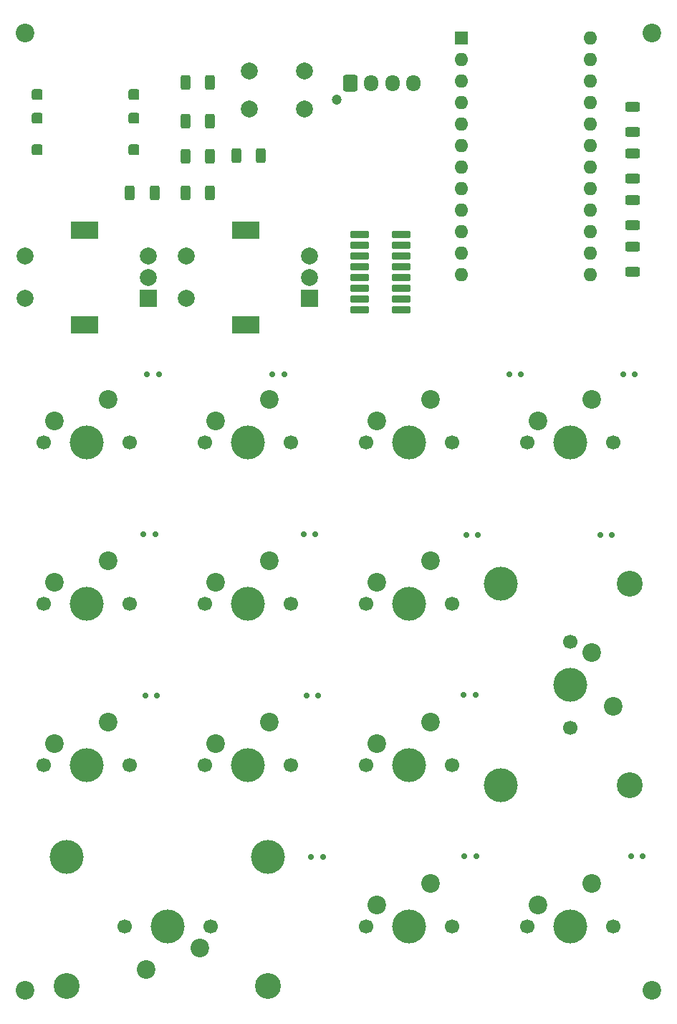
<source format=gbr>
%TF.GenerationSoftware,KiCad,Pcbnew,9.0.4*%
%TF.CreationDate,2025-08-26T19:34:46+02:00*%
%TF.ProjectId,shaghayeghs-keyboard,73686167-6861-4796-9567-68732d6b6579,rev?*%
%TF.SameCoordinates,Original*%
%TF.FileFunction,Soldermask,Top*%
%TF.FilePolarity,Negative*%
%FSLAX46Y46*%
G04 Gerber Fmt 4.6, Leading zero omitted, Abs format (unit mm)*
G04 Created by KiCad (PCBNEW 9.0.4) date 2025-08-26 19:34:46*
%MOMM*%
%LPD*%
G01*
G04 APERTURE LIST*
G04 Aperture macros list*
%AMRoundRect*
0 Rectangle with rounded corners*
0 $1 Rounding radius*
0 $2 $3 $4 $5 $6 $7 $8 $9 X,Y pos of 4 corners*
0 Add a 4 corners polygon primitive as box body*
4,1,4,$2,$3,$4,$5,$6,$7,$8,$9,$2,$3,0*
0 Add four circle primitives for the rounded corners*
1,1,$1+$1,$2,$3*
1,1,$1+$1,$4,$5*
1,1,$1+$1,$6,$7*
1,1,$1+$1,$8,$9*
0 Add four rect primitives between the rounded corners*
20,1,$1+$1,$2,$3,$4,$5,0*
20,1,$1+$1,$4,$5,$6,$7,0*
20,1,$1+$1,$6,$7,$8,$9,0*
20,1,$1+$1,$8,$9,$2,$3,0*%
G04 Aperture macros list end*
%ADD10RoundRect,0.100500X-0.986500X-0.301500X0.986500X-0.301500X0.986500X0.301500X-0.986500X0.301500X0*%
%ADD11RoundRect,0.190500X-0.444500X-0.444500X0.444500X-0.444500X0.444500X0.444500X-0.444500X0.444500X0*%
%ADD12C,2.200000*%
%ADD13RoundRect,0.150000X-0.150000X-0.200000X0.150000X-0.200000X0.150000X0.200000X-0.150000X0.200000X0*%
%ADD14RoundRect,0.250000X-0.625000X0.312500X-0.625000X-0.312500X0.625000X-0.312500X0.625000X0.312500X0*%
%ADD15RoundRect,0.150000X0.150000X0.200000X-0.150000X0.200000X-0.150000X-0.200000X0.150000X-0.200000X0*%
%ADD16RoundRect,0.250000X0.312500X0.625000X-0.312500X0.625000X-0.312500X-0.625000X0.312500X-0.625000X0*%
%ADD17C,1.700000*%
%ADD18C,4.000000*%
%ADD19C,2.000000*%
%ADD20R,1.600000X1.600000*%
%ADD21O,1.600000X1.600000*%
%ADD22R,2.000000X2.000000*%
%ADD23R,3.200000X2.000000*%
%ADD24C,1.200000*%
%ADD25RoundRect,0.250000X-0.600000X-0.725000X0.600000X-0.725000X0.600000X0.725000X-0.600000X0.725000X0*%
%ADD26O,1.700000X1.950000*%
%ADD27RoundRect,0.250000X-0.312500X-0.625000X0.312500X-0.625000X0.312500X0.625000X-0.312500X0.625000X0*%
%ADD28C,3.050000*%
G04 APERTURE END LIST*
D10*
%TO.C,U3*%
X128433800Y-64795400D03*
X128433800Y-66065400D03*
X128433800Y-67335400D03*
X128433800Y-68605400D03*
X128433800Y-69875400D03*
X128433800Y-71145400D03*
X128433800Y-72415400D03*
X128433800Y-73685400D03*
X123483800Y-73685400D03*
X123483800Y-72415400D03*
X123483800Y-71145400D03*
X123483800Y-69875400D03*
X123483800Y-68605400D03*
X123483800Y-67335400D03*
X123483800Y-66065400D03*
X123483800Y-64795400D03*
%TD*%
D11*
%TO.C,S1*%
X85437200Y-48275400D03*
X85437200Y-51075400D03*
X85437200Y-54775400D03*
X96837200Y-48275400D03*
X96837200Y-51075400D03*
X96837200Y-54775400D03*
%TD*%
D12*
%TO.C,M2*%
X158000000Y-154000000D03*
%TD*%
%TO.C,M2*%
X84000000Y-154000000D03*
%TD*%
D13*
%TO.C,D1*%
X99785400Y-81280000D03*
X98385400Y-81280000D03*
%TD*%
D14*
%TO.C,R4*%
X155778200Y-66203100D03*
X155778200Y-69128100D03*
%TD*%
D15*
%TO.C,D10*%
X117206800Y-119176800D03*
X118606800Y-119176800D03*
%TD*%
D16*
%TO.C,R10*%
X105805700Y-46837600D03*
X102880700Y-46837600D03*
%TD*%
D15*
%TO.C,D13*%
X135875800Y-138201400D03*
X137275800Y-138201400D03*
%TD*%
D17*
%TO.C,SW13*%
X124267200Y-146469200D03*
D18*
X129347200Y-146469200D03*
D17*
X134427200Y-146469200D03*
D12*
X131887200Y-141389200D03*
X125537200Y-143929200D03*
%TD*%
D19*
%TO.C,SW_RST1*%
X110467000Y-45487200D03*
X116967000Y-45487200D03*
X110467000Y-49987200D03*
X116967000Y-49987200D03*
%TD*%
D14*
%TO.C,R1*%
X155778200Y-49718500D03*
X155778200Y-52643500D03*
%TD*%
D13*
%TO.C,D12*%
X119140200Y-138277600D03*
X117740200Y-138277600D03*
%TD*%
D20*
%TO.C,U1*%
X135509000Y-41529000D03*
D21*
X135509000Y-44069000D03*
X135509000Y-46609000D03*
X135509000Y-49149000D03*
X135509000Y-51689000D03*
X135509000Y-54229000D03*
X135509000Y-56769000D03*
X135509000Y-59309000D03*
X135509000Y-61849000D03*
X135509000Y-64389000D03*
X135509000Y-66929000D03*
X135509000Y-69469000D03*
X150749000Y-69469000D03*
X150749000Y-66929000D03*
X150749000Y-64389000D03*
X150749000Y-61849000D03*
X150749000Y-59309000D03*
X150749000Y-56769000D03*
X150749000Y-54229000D03*
X150749000Y-51689000D03*
X150749000Y-49149000D03*
X150749000Y-46609000D03*
X150749000Y-44069000D03*
X150749000Y-41529000D03*
%TD*%
D13*
%TO.C,D9*%
X99571000Y-119176800D03*
X98171000Y-119176800D03*
%TD*%
D17*
%TO.C,SW11*%
X124267200Y-127419200D03*
D18*
X129347200Y-127419200D03*
D17*
X134427200Y-127419200D03*
D12*
X131887200Y-122339200D03*
X125537200Y-124879200D03*
%TD*%
D17*
%TO.C,SW4*%
X143317200Y-89319200D03*
D18*
X148397200Y-89319200D03*
D17*
X153477200Y-89319200D03*
D12*
X150937200Y-84239200D03*
X144587200Y-86779200D03*
%TD*%
D16*
%TO.C,R6*%
X105805700Y-59867800D03*
X102880700Y-59867800D03*
%TD*%
D15*
%TO.C,D4*%
X154621000Y-81280000D03*
X156021000Y-81280000D03*
%TD*%
%TO.C,D8*%
X151928600Y-100279200D03*
X153328600Y-100279200D03*
%TD*%
D16*
%TO.C,R8*%
X105805700Y-55524400D03*
X102880700Y-55524400D03*
%TD*%
D14*
%TO.C,R3*%
X155778200Y-60708233D03*
X155778200Y-63633233D03*
%TD*%
D22*
%TO.C,SW15*%
X117547200Y-72339200D03*
D19*
X117547200Y-67339200D03*
X117547200Y-69839200D03*
D23*
X110047200Y-75439200D03*
X110047200Y-64239200D03*
D19*
X103047200Y-67339200D03*
X103047200Y-72339200D03*
%TD*%
D15*
%TO.C,D6*%
X116851200Y-100152200D03*
X118251200Y-100152200D03*
%TD*%
D24*
%TO.C,J1*%
X120770200Y-48863000D03*
D25*
X122370200Y-46863000D03*
D26*
X124870200Y-46863000D03*
X127370200Y-46863000D03*
X129870200Y-46863000D03*
%TD*%
D17*
%TO.C,SW6*%
X105217200Y-108369200D03*
D18*
X110297200Y-108369200D03*
D17*
X115377200Y-108369200D03*
D12*
X112837200Y-103289200D03*
X106487200Y-105829200D03*
%TD*%
D17*
%TO.C,SW9*%
X86157200Y-127419200D03*
D18*
X91237200Y-127419200D03*
D17*
X96317200Y-127419200D03*
D12*
X93777200Y-122339200D03*
X87427200Y-124879200D03*
%TD*%
D17*
%TO.C,SW2*%
X105217200Y-89319200D03*
D18*
X110297200Y-89319200D03*
D17*
X115377200Y-89319200D03*
D12*
X112837200Y-84239200D03*
X106487200Y-86779200D03*
%TD*%
D15*
%TO.C,D11*%
X135799600Y-119151400D03*
X137199600Y-119151400D03*
%TD*%
D17*
%TO.C,SW14*%
X143317200Y-146469200D03*
D18*
X148397200Y-146469200D03*
D17*
X153477200Y-146469200D03*
D12*
X150937200Y-141389200D03*
X144587200Y-143929200D03*
%TD*%
D27*
%TO.C,R5*%
X108925900Y-55473600D03*
X111850900Y-55473600D03*
%TD*%
D28*
%TO.C,SW8*%
X155397200Y-105994200D03*
D18*
X140157200Y-105994200D03*
D17*
X148397200Y-112814200D03*
D18*
X148397200Y-117894200D03*
D17*
X148397200Y-122974200D03*
D28*
X155397200Y-129794200D03*
D18*
X140157200Y-129794200D03*
D12*
X153477200Y-120434200D03*
X150937200Y-114084200D03*
%TD*%
D15*
%TO.C,D2*%
X113168200Y-81280000D03*
X114568200Y-81280000D03*
%TD*%
D17*
%TO.C,SW7*%
X124267200Y-108369200D03*
D18*
X129347200Y-108369200D03*
D17*
X134427200Y-108369200D03*
D12*
X131887200Y-103289200D03*
X125537200Y-105829200D03*
%TD*%
D15*
%TO.C,D3*%
X141159000Y-81280000D03*
X142559000Y-81280000D03*
%TD*%
D12*
%TO.C,M2*%
X84000000Y-41000000D03*
%TD*%
D14*
%TO.C,R2*%
X155778200Y-55213367D03*
X155778200Y-58138367D03*
%TD*%
D22*
%TO.C,SW16*%
X98487200Y-72339200D03*
D19*
X98487200Y-67339200D03*
X98487200Y-69839200D03*
D23*
X90987200Y-75439200D03*
X90987200Y-64239200D03*
D19*
X83987200Y-67339200D03*
X83987200Y-72339200D03*
%TD*%
D16*
%TO.C,R7*%
X99277900Y-59867800D03*
X96352900Y-59867800D03*
%TD*%
D28*
%TO.C,SW12*%
X112672200Y-153469200D03*
D18*
X112672200Y-138229200D03*
D17*
X105852200Y-146469200D03*
D18*
X100772200Y-146469200D03*
D17*
X95692200Y-146469200D03*
D28*
X88872200Y-153469200D03*
D18*
X88872200Y-138229200D03*
D12*
X98232200Y-151549200D03*
X104582200Y-149009200D03*
%TD*%
D15*
%TO.C,D14*%
X155560800Y-138201400D03*
X156960800Y-138201400D03*
%TD*%
D12*
%TO.C,M2*%
X158000000Y-41000000D03*
%TD*%
D13*
%TO.C,D5*%
X99328200Y-100177600D03*
X97928200Y-100177600D03*
%TD*%
D16*
%TO.C,R9*%
X105805700Y-51409600D03*
X102880700Y-51409600D03*
%TD*%
D17*
%TO.C,SW10*%
X105217200Y-127419200D03*
D18*
X110297200Y-127419200D03*
D17*
X115377200Y-127419200D03*
D12*
X112837200Y-122339200D03*
X106487200Y-124879200D03*
%TD*%
D17*
%TO.C,SW5*%
X86157200Y-108369200D03*
D18*
X91237200Y-108369200D03*
D17*
X96317200Y-108369200D03*
D12*
X93777200Y-103289200D03*
X87427200Y-105829200D03*
%TD*%
D17*
%TO.C,SW3*%
X124267200Y-89319200D03*
D18*
X129347200Y-89319200D03*
D17*
X134427200Y-89319200D03*
D12*
X131887200Y-84239200D03*
X125537200Y-86779200D03*
%TD*%
D15*
%TO.C,D7*%
X136104400Y-100203000D03*
X137504400Y-100203000D03*
%TD*%
D17*
%TO.C,SW1*%
X86157200Y-89319200D03*
D18*
X91237200Y-89319200D03*
D17*
X96317200Y-89319200D03*
D12*
X93777200Y-84239200D03*
X87427200Y-86779200D03*
%TD*%
M02*

</source>
